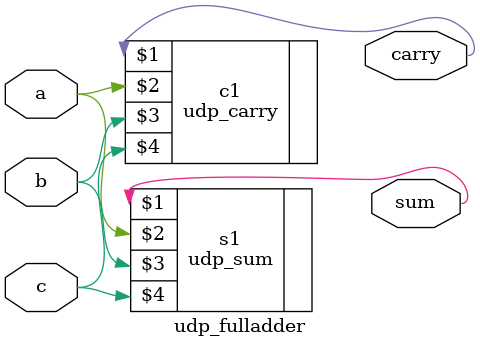
<source format=v>
module udp_fulladder(sum,carry,a,b,c);
input a,b,c;
output sum,carry;
udp_sum s1(sum,a,b,c);
udp_carry c1(carry,a,b,c);

endmodule
</source>
